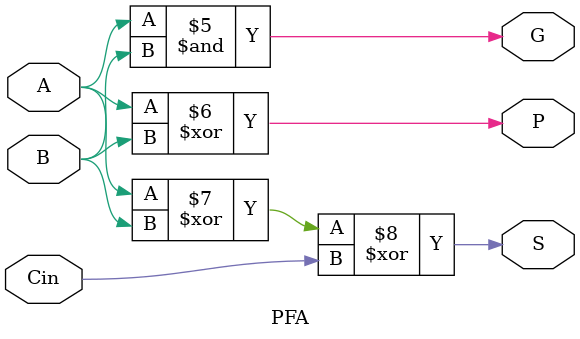
<source format=v>
`timescale 1ns / 1ps



module multiplier_circuit(
    input [3:0] A,
    input [3:0] B,
    output [7:0] prod
    );
wire [7:0] p1, p2, p3, p4;
partial_mult partial1(.A(A), .B(B[0]), .starting_pos(2'b00), .partial_prod(p1));
partial_mult partial2(.A(A), .B(B[1]), .starting_pos(2'b01), .partial_prod(p2));
partial_mult partial3(.A(A), .B(B[2]), .starting_pos(2'b10), .partial_prod(p3));
partial_mult partial4(.A(A), .B(B[3]), .starting_pos(2'b11), .partial_prod(p4));

wire [7:0] temp1, temp2;

CLA7 a0(.A(p1), .B(p2), .sum(temp1));
CLA7 a2(.A(temp1), .B(p3), .sum(temp2));
CLA7 a3(.A(temp2), .B(p4), .sum(prod));
endmodule

module partial_mult(
    input [3:0] A,
    input B,
    input [1:0] starting_pos,  //representing decimal number from 0-3
    output reg [7:0] partial_prod
    );
integer i, j, k;
reg temp;
always @(*) begin  
for (i = 0; i < starting_pos; i = i + 1) begin 
    partial_prod[i] = 1'b0;
end 
for (j = starting_pos; j <= (starting_pos + 3); j = j + 1) begin 
    partial_prod[j] = A[j - starting_pos] & B;
end 
for (k = j; k < 8; k = k + 1) begin 
    partial_prod[k] = 1'b0;
end 
end  
endmodule

module CLA7(
    input [7:0] A,
    input [7:0] B,
    output [7:0] sum
    );
wire [7:0] G, P;
wire [7:0] C;
genvar i;
generate 
    for (i = 0; i < 8; i = i + 1) begin 
        PFA partial(.A(A[i]), .B(B[i]), .Cin(C[i]), .G(G[i]), .P(P[i]), .S(sum[i]));
    end 
endgenerate 
cla_logic log(.G(G), .P(P), .Cin(1'b0), .C(C));
endmodule

//CLA logic for lookahead adder
module cla_logic(
    input [7:0] G,
    input [7:0] P,
    input Cin, 
    output reg [7:0] C 
    );
integer i;
always @(*) begin 
    C[0] = Cin;
    for (i = 1; i < 8; i = i + 1) begin 
        C[i] = G[i-1] | (P[i-1] & C[i-1]);
    end 
end 
endmodule 

//partial full adder for CLA
module PFA(
    input A, 
    input B,
    input Cin, 
    output G, 
    output P, 
    output S 
    );
assign G = A & B;
assign P = A ^ B;
assign S = A ^ B ^ Cin;
endmodule 

</source>
